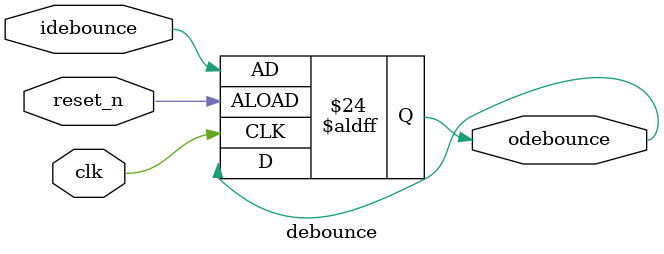
<source format=v>
module debounce(
    input clk, 		
    input reset_n, 
    input idebounce,
    output reg odebounce  
);

    parameter NDELAY = 1000000;
    parameter NBITS = 14;

    reg [NBITS-1:0] count;
    reg xnew;
        
    always@(posedge clk or negedge reset_n) begin
        if(!reset_n) begin
            xnew <= idebounce;
            odebounce <= idebounce;
            count <= 0;
        end else if(idebounce != xnew) begin
            xnew <= idebounce;
            count <= 0;
        end else if(count == NDELAY) begin
            odebounce <= xnew;
        end else if (count <= NDELAY) begin
            count <= count+1;
        end
    end
endmodule 
</source>
